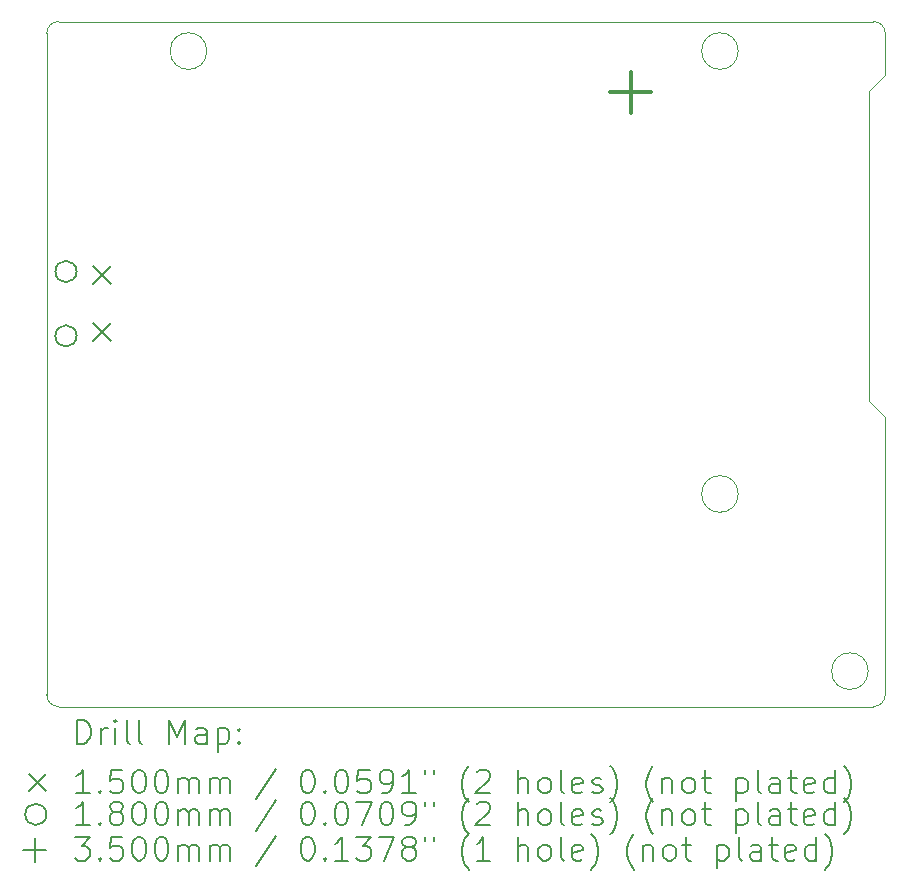
<source format=gbr>
%TF.GenerationSoftware,KiCad,Pcbnew,8.0.6*%
%TF.CreationDate,2024-12-01T22:22:22+01:00*%
%TF.ProjectId,pico_piano,7069636f-5f70-4696-916e-6f2e6b696361,rev?*%
%TF.SameCoordinates,Original*%
%TF.FileFunction,Drillmap*%
%TF.FilePolarity,Positive*%
%FSLAX45Y45*%
G04 Gerber Fmt 4.5, Leading zero omitted, Abs format (unit mm)*
G04 Created by KiCad (PCBNEW 8.0.6) date 2024-12-01 22:22:22*
%MOMM*%
%LPD*%
G01*
G04 APERTURE LIST*
%ADD10C,0.050000*%
%ADD11C,0.200000*%
%ADD12C,0.150000*%
%ADD13C,0.180000*%
%ADD14C,0.350000*%
G04 APERTURE END LIST*
D10*
X17260000Y-2590000D02*
X17260000Y-5210000D01*
X11655000Y-2250000D02*
G75*
G02*
X11345000Y-2250000I-155000J0D01*
G01*
X11345000Y-2250000D02*
G75*
G02*
X11655000Y-2250000I155000J0D01*
G01*
X17255000Y-7500000D02*
G75*
G02*
X16945000Y-7500000I-155000J0D01*
G01*
X16945000Y-7500000D02*
G75*
G02*
X17255000Y-7500000I155000J0D01*
G01*
X10400000Y-2000000D02*
X17300000Y-2000000D01*
X16155000Y-6000000D02*
G75*
G02*
X15845000Y-6000000I-155000J0D01*
G01*
X15845000Y-6000000D02*
G75*
G02*
X16155000Y-6000000I155000J0D01*
G01*
X17400000Y-7700000D02*
G75*
G02*
X17300000Y-7800000I-100000J0D01*
G01*
X16155000Y-2250000D02*
G75*
G02*
X15845000Y-2250000I-155000J0D01*
G01*
X15845000Y-2250000D02*
G75*
G02*
X16155000Y-2250000I155000J0D01*
G01*
X10300000Y-2100000D02*
G75*
G02*
X10400000Y-2000000I100000J0D01*
G01*
X10400000Y-7800000D02*
G75*
G02*
X10300000Y-7700000I0J100000D01*
G01*
X17400000Y-2450000D02*
X17400000Y-2100000D01*
X17300000Y-2000000D02*
G75*
G02*
X17400000Y-2100000I0J-100000D01*
G01*
X17400000Y-5350000D02*
X17400000Y-7700000D01*
X17400000Y-2450000D02*
X17260000Y-2590000D01*
X10300000Y-7700000D02*
X10300000Y-5500000D01*
X10300000Y-5500000D02*
X10300000Y-2100000D01*
X17260000Y-5210000D02*
X17400000Y-5350000D01*
X17300000Y-7800000D02*
X10400000Y-7800000D01*
D11*
D12*
X10691000Y-4071500D02*
X10841000Y-4221500D01*
X10841000Y-4071500D02*
X10691000Y-4221500D01*
X10691000Y-4556500D02*
X10841000Y-4706500D01*
X10841000Y-4556500D02*
X10691000Y-4706500D01*
D13*
X10553000Y-4116500D02*
G75*
G02*
X10373000Y-4116500I-90000J0D01*
G01*
X10373000Y-4116500D02*
G75*
G02*
X10553000Y-4116500I90000J0D01*
G01*
X10553000Y-4661500D02*
G75*
G02*
X10373000Y-4661500I-90000J0D01*
G01*
X10373000Y-4661500D02*
G75*
G02*
X10553000Y-4661500I90000J0D01*
G01*
D14*
X15243000Y-2425000D02*
X15243000Y-2775000D01*
X15068000Y-2600000D02*
X15418000Y-2600000D01*
D11*
X10558277Y-8113984D02*
X10558277Y-7913984D01*
X10558277Y-7913984D02*
X10605896Y-7913984D01*
X10605896Y-7913984D02*
X10634467Y-7923508D01*
X10634467Y-7923508D02*
X10653515Y-7942555D01*
X10653515Y-7942555D02*
X10663039Y-7961603D01*
X10663039Y-7961603D02*
X10672563Y-7999698D01*
X10672563Y-7999698D02*
X10672563Y-8028269D01*
X10672563Y-8028269D02*
X10663039Y-8066365D01*
X10663039Y-8066365D02*
X10653515Y-8085412D01*
X10653515Y-8085412D02*
X10634467Y-8104460D01*
X10634467Y-8104460D02*
X10605896Y-8113984D01*
X10605896Y-8113984D02*
X10558277Y-8113984D01*
X10758277Y-8113984D02*
X10758277Y-7980650D01*
X10758277Y-8018746D02*
X10767801Y-7999698D01*
X10767801Y-7999698D02*
X10777324Y-7990174D01*
X10777324Y-7990174D02*
X10796372Y-7980650D01*
X10796372Y-7980650D02*
X10815420Y-7980650D01*
X10882086Y-8113984D02*
X10882086Y-7980650D01*
X10882086Y-7913984D02*
X10872563Y-7923508D01*
X10872563Y-7923508D02*
X10882086Y-7933031D01*
X10882086Y-7933031D02*
X10891610Y-7923508D01*
X10891610Y-7923508D02*
X10882086Y-7913984D01*
X10882086Y-7913984D02*
X10882086Y-7933031D01*
X11005896Y-8113984D02*
X10986848Y-8104460D01*
X10986848Y-8104460D02*
X10977324Y-8085412D01*
X10977324Y-8085412D02*
X10977324Y-7913984D01*
X11110658Y-8113984D02*
X11091610Y-8104460D01*
X11091610Y-8104460D02*
X11082086Y-8085412D01*
X11082086Y-8085412D02*
X11082086Y-7913984D01*
X11339229Y-8113984D02*
X11339229Y-7913984D01*
X11339229Y-7913984D02*
X11405896Y-8056841D01*
X11405896Y-8056841D02*
X11472562Y-7913984D01*
X11472562Y-7913984D02*
X11472562Y-8113984D01*
X11653515Y-8113984D02*
X11653515Y-8009222D01*
X11653515Y-8009222D02*
X11643991Y-7990174D01*
X11643991Y-7990174D02*
X11624943Y-7980650D01*
X11624943Y-7980650D02*
X11586848Y-7980650D01*
X11586848Y-7980650D02*
X11567801Y-7990174D01*
X11653515Y-8104460D02*
X11634467Y-8113984D01*
X11634467Y-8113984D02*
X11586848Y-8113984D01*
X11586848Y-8113984D02*
X11567801Y-8104460D01*
X11567801Y-8104460D02*
X11558277Y-8085412D01*
X11558277Y-8085412D02*
X11558277Y-8066365D01*
X11558277Y-8066365D02*
X11567801Y-8047317D01*
X11567801Y-8047317D02*
X11586848Y-8037793D01*
X11586848Y-8037793D02*
X11634467Y-8037793D01*
X11634467Y-8037793D02*
X11653515Y-8028269D01*
X11748753Y-7980650D02*
X11748753Y-8180650D01*
X11748753Y-7990174D02*
X11767801Y-7980650D01*
X11767801Y-7980650D02*
X11805896Y-7980650D01*
X11805896Y-7980650D02*
X11824943Y-7990174D01*
X11824943Y-7990174D02*
X11834467Y-7999698D01*
X11834467Y-7999698D02*
X11843991Y-8018746D01*
X11843991Y-8018746D02*
X11843991Y-8075888D01*
X11843991Y-8075888D02*
X11834467Y-8094936D01*
X11834467Y-8094936D02*
X11824943Y-8104460D01*
X11824943Y-8104460D02*
X11805896Y-8113984D01*
X11805896Y-8113984D02*
X11767801Y-8113984D01*
X11767801Y-8113984D02*
X11748753Y-8104460D01*
X11929705Y-8094936D02*
X11939229Y-8104460D01*
X11939229Y-8104460D02*
X11929705Y-8113984D01*
X11929705Y-8113984D02*
X11920182Y-8104460D01*
X11920182Y-8104460D02*
X11929705Y-8094936D01*
X11929705Y-8094936D02*
X11929705Y-8113984D01*
X11929705Y-7990174D02*
X11939229Y-7999698D01*
X11939229Y-7999698D02*
X11929705Y-8009222D01*
X11929705Y-8009222D02*
X11920182Y-7999698D01*
X11920182Y-7999698D02*
X11929705Y-7990174D01*
X11929705Y-7990174D02*
X11929705Y-8009222D01*
D12*
X10147500Y-8367500D02*
X10297500Y-8517500D01*
X10297500Y-8367500D02*
X10147500Y-8517500D01*
D11*
X10663039Y-8533984D02*
X10548753Y-8533984D01*
X10605896Y-8533984D02*
X10605896Y-8333984D01*
X10605896Y-8333984D02*
X10586848Y-8362555D01*
X10586848Y-8362555D02*
X10567801Y-8381603D01*
X10567801Y-8381603D02*
X10548753Y-8391127D01*
X10748753Y-8514936D02*
X10758277Y-8524460D01*
X10758277Y-8524460D02*
X10748753Y-8533984D01*
X10748753Y-8533984D02*
X10739229Y-8524460D01*
X10739229Y-8524460D02*
X10748753Y-8514936D01*
X10748753Y-8514936D02*
X10748753Y-8533984D01*
X10939229Y-8333984D02*
X10843991Y-8333984D01*
X10843991Y-8333984D02*
X10834467Y-8429222D01*
X10834467Y-8429222D02*
X10843991Y-8419698D01*
X10843991Y-8419698D02*
X10863039Y-8410174D01*
X10863039Y-8410174D02*
X10910658Y-8410174D01*
X10910658Y-8410174D02*
X10929705Y-8419698D01*
X10929705Y-8419698D02*
X10939229Y-8429222D01*
X10939229Y-8429222D02*
X10948753Y-8448270D01*
X10948753Y-8448270D02*
X10948753Y-8495889D01*
X10948753Y-8495889D02*
X10939229Y-8514936D01*
X10939229Y-8514936D02*
X10929705Y-8524460D01*
X10929705Y-8524460D02*
X10910658Y-8533984D01*
X10910658Y-8533984D02*
X10863039Y-8533984D01*
X10863039Y-8533984D02*
X10843991Y-8524460D01*
X10843991Y-8524460D02*
X10834467Y-8514936D01*
X11072563Y-8333984D02*
X11091610Y-8333984D01*
X11091610Y-8333984D02*
X11110658Y-8343508D01*
X11110658Y-8343508D02*
X11120182Y-8353031D01*
X11120182Y-8353031D02*
X11129705Y-8372079D01*
X11129705Y-8372079D02*
X11139229Y-8410174D01*
X11139229Y-8410174D02*
X11139229Y-8457793D01*
X11139229Y-8457793D02*
X11129705Y-8495889D01*
X11129705Y-8495889D02*
X11120182Y-8514936D01*
X11120182Y-8514936D02*
X11110658Y-8524460D01*
X11110658Y-8524460D02*
X11091610Y-8533984D01*
X11091610Y-8533984D02*
X11072563Y-8533984D01*
X11072563Y-8533984D02*
X11053515Y-8524460D01*
X11053515Y-8524460D02*
X11043991Y-8514936D01*
X11043991Y-8514936D02*
X11034467Y-8495889D01*
X11034467Y-8495889D02*
X11024944Y-8457793D01*
X11024944Y-8457793D02*
X11024944Y-8410174D01*
X11024944Y-8410174D02*
X11034467Y-8372079D01*
X11034467Y-8372079D02*
X11043991Y-8353031D01*
X11043991Y-8353031D02*
X11053515Y-8343508D01*
X11053515Y-8343508D02*
X11072563Y-8333984D01*
X11263039Y-8333984D02*
X11282086Y-8333984D01*
X11282086Y-8333984D02*
X11301134Y-8343508D01*
X11301134Y-8343508D02*
X11310658Y-8353031D01*
X11310658Y-8353031D02*
X11320182Y-8372079D01*
X11320182Y-8372079D02*
X11329705Y-8410174D01*
X11329705Y-8410174D02*
X11329705Y-8457793D01*
X11329705Y-8457793D02*
X11320182Y-8495889D01*
X11320182Y-8495889D02*
X11310658Y-8514936D01*
X11310658Y-8514936D02*
X11301134Y-8524460D01*
X11301134Y-8524460D02*
X11282086Y-8533984D01*
X11282086Y-8533984D02*
X11263039Y-8533984D01*
X11263039Y-8533984D02*
X11243991Y-8524460D01*
X11243991Y-8524460D02*
X11234467Y-8514936D01*
X11234467Y-8514936D02*
X11224943Y-8495889D01*
X11224943Y-8495889D02*
X11215420Y-8457793D01*
X11215420Y-8457793D02*
X11215420Y-8410174D01*
X11215420Y-8410174D02*
X11224943Y-8372079D01*
X11224943Y-8372079D02*
X11234467Y-8353031D01*
X11234467Y-8353031D02*
X11243991Y-8343508D01*
X11243991Y-8343508D02*
X11263039Y-8333984D01*
X11415420Y-8533984D02*
X11415420Y-8400650D01*
X11415420Y-8419698D02*
X11424943Y-8410174D01*
X11424943Y-8410174D02*
X11443991Y-8400650D01*
X11443991Y-8400650D02*
X11472563Y-8400650D01*
X11472563Y-8400650D02*
X11491610Y-8410174D01*
X11491610Y-8410174D02*
X11501134Y-8429222D01*
X11501134Y-8429222D02*
X11501134Y-8533984D01*
X11501134Y-8429222D02*
X11510658Y-8410174D01*
X11510658Y-8410174D02*
X11529705Y-8400650D01*
X11529705Y-8400650D02*
X11558277Y-8400650D01*
X11558277Y-8400650D02*
X11577324Y-8410174D01*
X11577324Y-8410174D02*
X11586848Y-8429222D01*
X11586848Y-8429222D02*
X11586848Y-8533984D01*
X11682086Y-8533984D02*
X11682086Y-8400650D01*
X11682086Y-8419698D02*
X11691610Y-8410174D01*
X11691610Y-8410174D02*
X11710658Y-8400650D01*
X11710658Y-8400650D02*
X11739229Y-8400650D01*
X11739229Y-8400650D02*
X11758277Y-8410174D01*
X11758277Y-8410174D02*
X11767801Y-8429222D01*
X11767801Y-8429222D02*
X11767801Y-8533984D01*
X11767801Y-8429222D02*
X11777324Y-8410174D01*
X11777324Y-8410174D02*
X11796372Y-8400650D01*
X11796372Y-8400650D02*
X11824943Y-8400650D01*
X11824943Y-8400650D02*
X11843991Y-8410174D01*
X11843991Y-8410174D02*
X11853515Y-8429222D01*
X11853515Y-8429222D02*
X11853515Y-8533984D01*
X12243991Y-8324460D02*
X12072563Y-8581603D01*
X12501134Y-8333984D02*
X12520182Y-8333984D01*
X12520182Y-8333984D02*
X12539229Y-8343508D01*
X12539229Y-8343508D02*
X12548753Y-8353031D01*
X12548753Y-8353031D02*
X12558277Y-8372079D01*
X12558277Y-8372079D02*
X12567801Y-8410174D01*
X12567801Y-8410174D02*
X12567801Y-8457793D01*
X12567801Y-8457793D02*
X12558277Y-8495889D01*
X12558277Y-8495889D02*
X12548753Y-8514936D01*
X12548753Y-8514936D02*
X12539229Y-8524460D01*
X12539229Y-8524460D02*
X12520182Y-8533984D01*
X12520182Y-8533984D02*
X12501134Y-8533984D01*
X12501134Y-8533984D02*
X12482086Y-8524460D01*
X12482086Y-8524460D02*
X12472563Y-8514936D01*
X12472563Y-8514936D02*
X12463039Y-8495889D01*
X12463039Y-8495889D02*
X12453515Y-8457793D01*
X12453515Y-8457793D02*
X12453515Y-8410174D01*
X12453515Y-8410174D02*
X12463039Y-8372079D01*
X12463039Y-8372079D02*
X12472563Y-8353031D01*
X12472563Y-8353031D02*
X12482086Y-8343508D01*
X12482086Y-8343508D02*
X12501134Y-8333984D01*
X12653515Y-8514936D02*
X12663039Y-8524460D01*
X12663039Y-8524460D02*
X12653515Y-8533984D01*
X12653515Y-8533984D02*
X12643991Y-8524460D01*
X12643991Y-8524460D02*
X12653515Y-8514936D01*
X12653515Y-8514936D02*
X12653515Y-8533984D01*
X12786848Y-8333984D02*
X12805896Y-8333984D01*
X12805896Y-8333984D02*
X12824944Y-8343508D01*
X12824944Y-8343508D02*
X12834467Y-8353031D01*
X12834467Y-8353031D02*
X12843991Y-8372079D01*
X12843991Y-8372079D02*
X12853515Y-8410174D01*
X12853515Y-8410174D02*
X12853515Y-8457793D01*
X12853515Y-8457793D02*
X12843991Y-8495889D01*
X12843991Y-8495889D02*
X12834467Y-8514936D01*
X12834467Y-8514936D02*
X12824944Y-8524460D01*
X12824944Y-8524460D02*
X12805896Y-8533984D01*
X12805896Y-8533984D02*
X12786848Y-8533984D01*
X12786848Y-8533984D02*
X12767801Y-8524460D01*
X12767801Y-8524460D02*
X12758277Y-8514936D01*
X12758277Y-8514936D02*
X12748753Y-8495889D01*
X12748753Y-8495889D02*
X12739229Y-8457793D01*
X12739229Y-8457793D02*
X12739229Y-8410174D01*
X12739229Y-8410174D02*
X12748753Y-8372079D01*
X12748753Y-8372079D02*
X12758277Y-8353031D01*
X12758277Y-8353031D02*
X12767801Y-8343508D01*
X12767801Y-8343508D02*
X12786848Y-8333984D01*
X13034467Y-8333984D02*
X12939229Y-8333984D01*
X12939229Y-8333984D02*
X12929706Y-8429222D01*
X12929706Y-8429222D02*
X12939229Y-8419698D01*
X12939229Y-8419698D02*
X12958277Y-8410174D01*
X12958277Y-8410174D02*
X13005896Y-8410174D01*
X13005896Y-8410174D02*
X13024944Y-8419698D01*
X13024944Y-8419698D02*
X13034467Y-8429222D01*
X13034467Y-8429222D02*
X13043991Y-8448270D01*
X13043991Y-8448270D02*
X13043991Y-8495889D01*
X13043991Y-8495889D02*
X13034467Y-8514936D01*
X13034467Y-8514936D02*
X13024944Y-8524460D01*
X13024944Y-8524460D02*
X13005896Y-8533984D01*
X13005896Y-8533984D02*
X12958277Y-8533984D01*
X12958277Y-8533984D02*
X12939229Y-8524460D01*
X12939229Y-8524460D02*
X12929706Y-8514936D01*
X13139229Y-8533984D02*
X13177325Y-8533984D01*
X13177325Y-8533984D02*
X13196372Y-8524460D01*
X13196372Y-8524460D02*
X13205896Y-8514936D01*
X13205896Y-8514936D02*
X13224944Y-8486365D01*
X13224944Y-8486365D02*
X13234467Y-8448270D01*
X13234467Y-8448270D02*
X13234467Y-8372079D01*
X13234467Y-8372079D02*
X13224944Y-8353031D01*
X13224944Y-8353031D02*
X13215420Y-8343508D01*
X13215420Y-8343508D02*
X13196372Y-8333984D01*
X13196372Y-8333984D02*
X13158277Y-8333984D01*
X13158277Y-8333984D02*
X13139229Y-8343508D01*
X13139229Y-8343508D02*
X13129706Y-8353031D01*
X13129706Y-8353031D02*
X13120182Y-8372079D01*
X13120182Y-8372079D02*
X13120182Y-8419698D01*
X13120182Y-8419698D02*
X13129706Y-8438746D01*
X13129706Y-8438746D02*
X13139229Y-8448270D01*
X13139229Y-8448270D02*
X13158277Y-8457793D01*
X13158277Y-8457793D02*
X13196372Y-8457793D01*
X13196372Y-8457793D02*
X13215420Y-8448270D01*
X13215420Y-8448270D02*
X13224944Y-8438746D01*
X13224944Y-8438746D02*
X13234467Y-8419698D01*
X13424944Y-8533984D02*
X13310658Y-8533984D01*
X13367801Y-8533984D02*
X13367801Y-8333984D01*
X13367801Y-8333984D02*
X13348753Y-8362555D01*
X13348753Y-8362555D02*
X13329706Y-8381603D01*
X13329706Y-8381603D02*
X13310658Y-8391127D01*
X13501134Y-8333984D02*
X13501134Y-8372079D01*
X13577325Y-8333984D02*
X13577325Y-8372079D01*
X13872563Y-8610174D02*
X13863039Y-8600650D01*
X13863039Y-8600650D02*
X13843991Y-8572079D01*
X13843991Y-8572079D02*
X13834468Y-8553031D01*
X13834468Y-8553031D02*
X13824944Y-8524460D01*
X13824944Y-8524460D02*
X13815420Y-8476841D01*
X13815420Y-8476841D02*
X13815420Y-8438746D01*
X13815420Y-8438746D02*
X13824944Y-8391127D01*
X13824944Y-8391127D02*
X13834468Y-8362555D01*
X13834468Y-8362555D02*
X13843991Y-8343508D01*
X13843991Y-8343508D02*
X13863039Y-8314936D01*
X13863039Y-8314936D02*
X13872563Y-8305412D01*
X13939229Y-8353031D02*
X13948753Y-8343508D01*
X13948753Y-8343508D02*
X13967801Y-8333984D01*
X13967801Y-8333984D02*
X14015420Y-8333984D01*
X14015420Y-8333984D02*
X14034468Y-8343508D01*
X14034468Y-8343508D02*
X14043991Y-8353031D01*
X14043991Y-8353031D02*
X14053515Y-8372079D01*
X14053515Y-8372079D02*
X14053515Y-8391127D01*
X14053515Y-8391127D02*
X14043991Y-8419698D01*
X14043991Y-8419698D02*
X13929706Y-8533984D01*
X13929706Y-8533984D02*
X14053515Y-8533984D01*
X14291610Y-8533984D02*
X14291610Y-8333984D01*
X14377325Y-8533984D02*
X14377325Y-8429222D01*
X14377325Y-8429222D02*
X14367801Y-8410174D01*
X14367801Y-8410174D02*
X14348753Y-8400650D01*
X14348753Y-8400650D02*
X14320182Y-8400650D01*
X14320182Y-8400650D02*
X14301134Y-8410174D01*
X14301134Y-8410174D02*
X14291610Y-8419698D01*
X14501134Y-8533984D02*
X14482087Y-8524460D01*
X14482087Y-8524460D02*
X14472563Y-8514936D01*
X14472563Y-8514936D02*
X14463039Y-8495889D01*
X14463039Y-8495889D02*
X14463039Y-8438746D01*
X14463039Y-8438746D02*
X14472563Y-8419698D01*
X14472563Y-8419698D02*
X14482087Y-8410174D01*
X14482087Y-8410174D02*
X14501134Y-8400650D01*
X14501134Y-8400650D02*
X14529706Y-8400650D01*
X14529706Y-8400650D02*
X14548753Y-8410174D01*
X14548753Y-8410174D02*
X14558277Y-8419698D01*
X14558277Y-8419698D02*
X14567801Y-8438746D01*
X14567801Y-8438746D02*
X14567801Y-8495889D01*
X14567801Y-8495889D02*
X14558277Y-8514936D01*
X14558277Y-8514936D02*
X14548753Y-8524460D01*
X14548753Y-8524460D02*
X14529706Y-8533984D01*
X14529706Y-8533984D02*
X14501134Y-8533984D01*
X14682087Y-8533984D02*
X14663039Y-8524460D01*
X14663039Y-8524460D02*
X14653515Y-8505412D01*
X14653515Y-8505412D02*
X14653515Y-8333984D01*
X14834468Y-8524460D02*
X14815420Y-8533984D01*
X14815420Y-8533984D02*
X14777325Y-8533984D01*
X14777325Y-8533984D02*
X14758277Y-8524460D01*
X14758277Y-8524460D02*
X14748753Y-8505412D01*
X14748753Y-8505412D02*
X14748753Y-8429222D01*
X14748753Y-8429222D02*
X14758277Y-8410174D01*
X14758277Y-8410174D02*
X14777325Y-8400650D01*
X14777325Y-8400650D02*
X14815420Y-8400650D01*
X14815420Y-8400650D02*
X14834468Y-8410174D01*
X14834468Y-8410174D02*
X14843991Y-8429222D01*
X14843991Y-8429222D02*
X14843991Y-8448270D01*
X14843991Y-8448270D02*
X14748753Y-8467317D01*
X14920182Y-8524460D02*
X14939230Y-8533984D01*
X14939230Y-8533984D02*
X14977325Y-8533984D01*
X14977325Y-8533984D02*
X14996372Y-8524460D01*
X14996372Y-8524460D02*
X15005896Y-8505412D01*
X15005896Y-8505412D02*
X15005896Y-8495889D01*
X15005896Y-8495889D02*
X14996372Y-8476841D01*
X14996372Y-8476841D02*
X14977325Y-8467317D01*
X14977325Y-8467317D02*
X14948753Y-8467317D01*
X14948753Y-8467317D02*
X14929706Y-8457793D01*
X14929706Y-8457793D02*
X14920182Y-8438746D01*
X14920182Y-8438746D02*
X14920182Y-8429222D01*
X14920182Y-8429222D02*
X14929706Y-8410174D01*
X14929706Y-8410174D02*
X14948753Y-8400650D01*
X14948753Y-8400650D02*
X14977325Y-8400650D01*
X14977325Y-8400650D02*
X14996372Y-8410174D01*
X15072563Y-8610174D02*
X15082087Y-8600650D01*
X15082087Y-8600650D02*
X15101134Y-8572079D01*
X15101134Y-8572079D02*
X15110658Y-8553031D01*
X15110658Y-8553031D02*
X15120182Y-8524460D01*
X15120182Y-8524460D02*
X15129706Y-8476841D01*
X15129706Y-8476841D02*
X15129706Y-8438746D01*
X15129706Y-8438746D02*
X15120182Y-8391127D01*
X15120182Y-8391127D02*
X15110658Y-8362555D01*
X15110658Y-8362555D02*
X15101134Y-8343508D01*
X15101134Y-8343508D02*
X15082087Y-8314936D01*
X15082087Y-8314936D02*
X15072563Y-8305412D01*
X15434468Y-8610174D02*
X15424944Y-8600650D01*
X15424944Y-8600650D02*
X15405896Y-8572079D01*
X15405896Y-8572079D02*
X15396372Y-8553031D01*
X15396372Y-8553031D02*
X15386849Y-8524460D01*
X15386849Y-8524460D02*
X15377325Y-8476841D01*
X15377325Y-8476841D02*
X15377325Y-8438746D01*
X15377325Y-8438746D02*
X15386849Y-8391127D01*
X15386849Y-8391127D02*
X15396372Y-8362555D01*
X15396372Y-8362555D02*
X15405896Y-8343508D01*
X15405896Y-8343508D02*
X15424944Y-8314936D01*
X15424944Y-8314936D02*
X15434468Y-8305412D01*
X15510658Y-8400650D02*
X15510658Y-8533984D01*
X15510658Y-8419698D02*
X15520182Y-8410174D01*
X15520182Y-8410174D02*
X15539230Y-8400650D01*
X15539230Y-8400650D02*
X15567801Y-8400650D01*
X15567801Y-8400650D02*
X15586849Y-8410174D01*
X15586849Y-8410174D02*
X15596372Y-8429222D01*
X15596372Y-8429222D02*
X15596372Y-8533984D01*
X15720182Y-8533984D02*
X15701134Y-8524460D01*
X15701134Y-8524460D02*
X15691611Y-8514936D01*
X15691611Y-8514936D02*
X15682087Y-8495889D01*
X15682087Y-8495889D02*
X15682087Y-8438746D01*
X15682087Y-8438746D02*
X15691611Y-8419698D01*
X15691611Y-8419698D02*
X15701134Y-8410174D01*
X15701134Y-8410174D02*
X15720182Y-8400650D01*
X15720182Y-8400650D02*
X15748753Y-8400650D01*
X15748753Y-8400650D02*
X15767801Y-8410174D01*
X15767801Y-8410174D02*
X15777325Y-8419698D01*
X15777325Y-8419698D02*
X15786849Y-8438746D01*
X15786849Y-8438746D02*
X15786849Y-8495889D01*
X15786849Y-8495889D02*
X15777325Y-8514936D01*
X15777325Y-8514936D02*
X15767801Y-8524460D01*
X15767801Y-8524460D02*
X15748753Y-8533984D01*
X15748753Y-8533984D02*
X15720182Y-8533984D01*
X15843992Y-8400650D02*
X15920182Y-8400650D01*
X15872563Y-8333984D02*
X15872563Y-8505412D01*
X15872563Y-8505412D02*
X15882087Y-8524460D01*
X15882087Y-8524460D02*
X15901134Y-8533984D01*
X15901134Y-8533984D02*
X15920182Y-8533984D01*
X16139230Y-8400650D02*
X16139230Y-8600650D01*
X16139230Y-8410174D02*
X16158277Y-8400650D01*
X16158277Y-8400650D02*
X16196373Y-8400650D01*
X16196373Y-8400650D02*
X16215420Y-8410174D01*
X16215420Y-8410174D02*
X16224944Y-8419698D01*
X16224944Y-8419698D02*
X16234468Y-8438746D01*
X16234468Y-8438746D02*
X16234468Y-8495889D01*
X16234468Y-8495889D02*
X16224944Y-8514936D01*
X16224944Y-8514936D02*
X16215420Y-8524460D01*
X16215420Y-8524460D02*
X16196373Y-8533984D01*
X16196373Y-8533984D02*
X16158277Y-8533984D01*
X16158277Y-8533984D02*
X16139230Y-8524460D01*
X16348753Y-8533984D02*
X16329706Y-8524460D01*
X16329706Y-8524460D02*
X16320182Y-8505412D01*
X16320182Y-8505412D02*
X16320182Y-8333984D01*
X16510658Y-8533984D02*
X16510658Y-8429222D01*
X16510658Y-8429222D02*
X16501134Y-8410174D01*
X16501134Y-8410174D02*
X16482087Y-8400650D01*
X16482087Y-8400650D02*
X16443992Y-8400650D01*
X16443992Y-8400650D02*
X16424944Y-8410174D01*
X16510658Y-8524460D02*
X16491611Y-8533984D01*
X16491611Y-8533984D02*
X16443992Y-8533984D01*
X16443992Y-8533984D02*
X16424944Y-8524460D01*
X16424944Y-8524460D02*
X16415420Y-8505412D01*
X16415420Y-8505412D02*
X16415420Y-8486365D01*
X16415420Y-8486365D02*
X16424944Y-8467317D01*
X16424944Y-8467317D02*
X16443992Y-8457793D01*
X16443992Y-8457793D02*
X16491611Y-8457793D01*
X16491611Y-8457793D02*
X16510658Y-8448270D01*
X16577325Y-8400650D02*
X16653515Y-8400650D01*
X16605896Y-8333984D02*
X16605896Y-8505412D01*
X16605896Y-8505412D02*
X16615420Y-8524460D01*
X16615420Y-8524460D02*
X16634468Y-8533984D01*
X16634468Y-8533984D02*
X16653515Y-8533984D01*
X16796373Y-8524460D02*
X16777325Y-8533984D01*
X16777325Y-8533984D02*
X16739230Y-8533984D01*
X16739230Y-8533984D02*
X16720182Y-8524460D01*
X16720182Y-8524460D02*
X16710658Y-8505412D01*
X16710658Y-8505412D02*
X16710658Y-8429222D01*
X16710658Y-8429222D02*
X16720182Y-8410174D01*
X16720182Y-8410174D02*
X16739230Y-8400650D01*
X16739230Y-8400650D02*
X16777325Y-8400650D01*
X16777325Y-8400650D02*
X16796373Y-8410174D01*
X16796373Y-8410174D02*
X16805896Y-8429222D01*
X16805896Y-8429222D02*
X16805896Y-8448270D01*
X16805896Y-8448270D02*
X16710658Y-8467317D01*
X16977325Y-8533984D02*
X16977325Y-8333984D01*
X16977325Y-8524460D02*
X16958277Y-8533984D01*
X16958277Y-8533984D02*
X16920182Y-8533984D01*
X16920182Y-8533984D02*
X16901135Y-8524460D01*
X16901135Y-8524460D02*
X16891611Y-8514936D01*
X16891611Y-8514936D02*
X16882087Y-8495889D01*
X16882087Y-8495889D02*
X16882087Y-8438746D01*
X16882087Y-8438746D02*
X16891611Y-8419698D01*
X16891611Y-8419698D02*
X16901135Y-8410174D01*
X16901135Y-8410174D02*
X16920182Y-8400650D01*
X16920182Y-8400650D02*
X16958277Y-8400650D01*
X16958277Y-8400650D02*
X16977325Y-8410174D01*
X17053516Y-8610174D02*
X17063039Y-8600650D01*
X17063039Y-8600650D02*
X17082087Y-8572079D01*
X17082087Y-8572079D02*
X17091611Y-8553031D01*
X17091611Y-8553031D02*
X17101135Y-8524460D01*
X17101135Y-8524460D02*
X17110658Y-8476841D01*
X17110658Y-8476841D02*
X17110658Y-8438746D01*
X17110658Y-8438746D02*
X17101135Y-8391127D01*
X17101135Y-8391127D02*
X17091611Y-8362555D01*
X17091611Y-8362555D02*
X17082087Y-8343508D01*
X17082087Y-8343508D02*
X17063039Y-8314936D01*
X17063039Y-8314936D02*
X17053516Y-8305412D01*
D13*
X10297500Y-8712500D02*
G75*
G02*
X10117500Y-8712500I-90000J0D01*
G01*
X10117500Y-8712500D02*
G75*
G02*
X10297500Y-8712500I90000J0D01*
G01*
D11*
X10663039Y-8803984D02*
X10548753Y-8803984D01*
X10605896Y-8803984D02*
X10605896Y-8603984D01*
X10605896Y-8603984D02*
X10586848Y-8632555D01*
X10586848Y-8632555D02*
X10567801Y-8651603D01*
X10567801Y-8651603D02*
X10548753Y-8661127D01*
X10748753Y-8784936D02*
X10758277Y-8794460D01*
X10758277Y-8794460D02*
X10748753Y-8803984D01*
X10748753Y-8803984D02*
X10739229Y-8794460D01*
X10739229Y-8794460D02*
X10748753Y-8784936D01*
X10748753Y-8784936D02*
X10748753Y-8803984D01*
X10872563Y-8689698D02*
X10853515Y-8680174D01*
X10853515Y-8680174D02*
X10843991Y-8670650D01*
X10843991Y-8670650D02*
X10834467Y-8651603D01*
X10834467Y-8651603D02*
X10834467Y-8642079D01*
X10834467Y-8642079D02*
X10843991Y-8623031D01*
X10843991Y-8623031D02*
X10853515Y-8613508D01*
X10853515Y-8613508D02*
X10872563Y-8603984D01*
X10872563Y-8603984D02*
X10910658Y-8603984D01*
X10910658Y-8603984D02*
X10929705Y-8613508D01*
X10929705Y-8613508D02*
X10939229Y-8623031D01*
X10939229Y-8623031D02*
X10948753Y-8642079D01*
X10948753Y-8642079D02*
X10948753Y-8651603D01*
X10948753Y-8651603D02*
X10939229Y-8670650D01*
X10939229Y-8670650D02*
X10929705Y-8680174D01*
X10929705Y-8680174D02*
X10910658Y-8689698D01*
X10910658Y-8689698D02*
X10872563Y-8689698D01*
X10872563Y-8689698D02*
X10853515Y-8699222D01*
X10853515Y-8699222D02*
X10843991Y-8708746D01*
X10843991Y-8708746D02*
X10834467Y-8727793D01*
X10834467Y-8727793D02*
X10834467Y-8765889D01*
X10834467Y-8765889D02*
X10843991Y-8784936D01*
X10843991Y-8784936D02*
X10853515Y-8794460D01*
X10853515Y-8794460D02*
X10872563Y-8803984D01*
X10872563Y-8803984D02*
X10910658Y-8803984D01*
X10910658Y-8803984D02*
X10929705Y-8794460D01*
X10929705Y-8794460D02*
X10939229Y-8784936D01*
X10939229Y-8784936D02*
X10948753Y-8765889D01*
X10948753Y-8765889D02*
X10948753Y-8727793D01*
X10948753Y-8727793D02*
X10939229Y-8708746D01*
X10939229Y-8708746D02*
X10929705Y-8699222D01*
X10929705Y-8699222D02*
X10910658Y-8689698D01*
X11072563Y-8603984D02*
X11091610Y-8603984D01*
X11091610Y-8603984D02*
X11110658Y-8613508D01*
X11110658Y-8613508D02*
X11120182Y-8623031D01*
X11120182Y-8623031D02*
X11129705Y-8642079D01*
X11129705Y-8642079D02*
X11139229Y-8680174D01*
X11139229Y-8680174D02*
X11139229Y-8727793D01*
X11139229Y-8727793D02*
X11129705Y-8765889D01*
X11129705Y-8765889D02*
X11120182Y-8784936D01*
X11120182Y-8784936D02*
X11110658Y-8794460D01*
X11110658Y-8794460D02*
X11091610Y-8803984D01*
X11091610Y-8803984D02*
X11072563Y-8803984D01*
X11072563Y-8803984D02*
X11053515Y-8794460D01*
X11053515Y-8794460D02*
X11043991Y-8784936D01*
X11043991Y-8784936D02*
X11034467Y-8765889D01*
X11034467Y-8765889D02*
X11024944Y-8727793D01*
X11024944Y-8727793D02*
X11024944Y-8680174D01*
X11024944Y-8680174D02*
X11034467Y-8642079D01*
X11034467Y-8642079D02*
X11043991Y-8623031D01*
X11043991Y-8623031D02*
X11053515Y-8613508D01*
X11053515Y-8613508D02*
X11072563Y-8603984D01*
X11263039Y-8603984D02*
X11282086Y-8603984D01*
X11282086Y-8603984D02*
X11301134Y-8613508D01*
X11301134Y-8613508D02*
X11310658Y-8623031D01*
X11310658Y-8623031D02*
X11320182Y-8642079D01*
X11320182Y-8642079D02*
X11329705Y-8680174D01*
X11329705Y-8680174D02*
X11329705Y-8727793D01*
X11329705Y-8727793D02*
X11320182Y-8765889D01*
X11320182Y-8765889D02*
X11310658Y-8784936D01*
X11310658Y-8784936D02*
X11301134Y-8794460D01*
X11301134Y-8794460D02*
X11282086Y-8803984D01*
X11282086Y-8803984D02*
X11263039Y-8803984D01*
X11263039Y-8803984D02*
X11243991Y-8794460D01*
X11243991Y-8794460D02*
X11234467Y-8784936D01*
X11234467Y-8784936D02*
X11224943Y-8765889D01*
X11224943Y-8765889D02*
X11215420Y-8727793D01*
X11215420Y-8727793D02*
X11215420Y-8680174D01*
X11215420Y-8680174D02*
X11224943Y-8642079D01*
X11224943Y-8642079D02*
X11234467Y-8623031D01*
X11234467Y-8623031D02*
X11243991Y-8613508D01*
X11243991Y-8613508D02*
X11263039Y-8603984D01*
X11415420Y-8803984D02*
X11415420Y-8670650D01*
X11415420Y-8689698D02*
X11424943Y-8680174D01*
X11424943Y-8680174D02*
X11443991Y-8670650D01*
X11443991Y-8670650D02*
X11472563Y-8670650D01*
X11472563Y-8670650D02*
X11491610Y-8680174D01*
X11491610Y-8680174D02*
X11501134Y-8699222D01*
X11501134Y-8699222D02*
X11501134Y-8803984D01*
X11501134Y-8699222D02*
X11510658Y-8680174D01*
X11510658Y-8680174D02*
X11529705Y-8670650D01*
X11529705Y-8670650D02*
X11558277Y-8670650D01*
X11558277Y-8670650D02*
X11577324Y-8680174D01*
X11577324Y-8680174D02*
X11586848Y-8699222D01*
X11586848Y-8699222D02*
X11586848Y-8803984D01*
X11682086Y-8803984D02*
X11682086Y-8670650D01*
X11682086Y-8689698D02*
X11691610Y-8680174D01*
X11691610Y-8680174D02*
X11710658Y-8670650D01*
X11710658Y-8670650D02*
X11739229Y-8670650D01*
X11739229Y-8670650D02*
X11758277Y-8680174D01*
X11758277Y-8680174D02*
X11767801Y-8699222D01*
X11767801Y-8699222D02*
X11767801Y-8803984D01*
X11767801Y-8699222D02*
X11777324Y-8680174D01*
X11777324Y-8680174D02*
X11796372Y-8670650D01*
X11796372Y-8670650D02*
X11824943Y-8670650D01*
X11824943Y-8670650D02*
X11843991Y-8680174D01*
X11843991Y-8680174D02*
X11853515Y-8699222D01*
X11853515Y-8699222D02*
X11853515Y-8803984D01*
X12243991Y-8594460D02*
X12072563Y-8851603D01*
X12501134Y-8603984D02*
X12520182Y-8603984D01*
X12520182Y-8603984D02*
X12539229Y-8613508D01*
X12539229Y-8613508D02*
X12548753Y-8623031D01*
X12548753Y-8623031D02*
X12558277Y-8642079D01*
X12558277Y-8642079D02*
X12567801Y-8680174D01*
X12567801Y-8680174D02*
X12567801Y-8727793D01*
X12567801Y-8727793D02*
X12558277Y-8765889D01*
X12558277Y-8765889D02*
X12548753Y-8784936D01*
X12548753Y-8784936D02*
X12539229Y-8794460D01*
X12539229Y-8794460D02*
X12520182Y-8803984D01*
X12520182Y-8803984D02*
X12501134Y-8803984D01*
X12501134Y-8803984D02*
X12482086Y-8794460D01*
X12482086Y-8794460D02*
X12472563Y-8784936D01*
X12472563Y-8784936D02*
X12463039Y-8765889D01*
X12463039Y-8765889D02*
X12453515Y-8727793D01*
X12453515Y-8727793D02*
X12453515Y-8680174D01*
X12453515Y-8680174D02*
X12463039Y-8642079D01*
X12463039Y-8642079D02*
X12472563Y-8623031D01*
X12472563Y-8623031D02*
X12482086Y-8613508D01*
X12482086Y-8613508D02*
X12501134Y-8603984D01*
X12653515Y-8784936D02*
X12663039Y-8794460D01*
X12663039Y-8794460D02*
X12653515Y-8803984D01*
X12653515Y-8803984D02*
X12643991Y-8794460D01*
X12643991Y-8794460D02*
X12653515Y-8784936D01*
X12653515Y-8784936D02*
X12653515Y-8803984D01*
X12786848Y-8603984D02*
X12805896Y-8603984D01*
X12805896Y-8603984D02*
X12824944Y-8613508D01*
X12824944Y-8613508D02*
X12834467Y-8623031D01*
X12834467Y-8623031D02*
X12843991Y-8642079D01*
X12843991Y-8642079D02*
X12853515Y-8680174D01*
X12853515Y-8680174D02*
X12853515Y-8727793D01*
X12853515Y-8727793D02*
X12843991Y-8765889D01*
X12843991Y-8765889D02*
X12834467Y-8784936D01*
X12834467Y-8784936D02*
X12824944Y-8794460D01*
X12824944Y-8794460D02*
X12805896Y-8803984D01*
X12805896Y-8803984D02*
X12786848Y-8803984D01*
X12786848Y-8803984D02*
X12767801Y-8794460D01*
X12767801Y-8794460D02*
X12758277Y-8784936D01*
X12758277Y-8784936D02*
X12748753Y-8765889D01*
X12748753Y-8765889D02*
X12739229Y-8727793D01*
X12739229Y-8727793D02*
X12739229Y-8680174D01*
X12739229Y-8680174D02*
X12748753Y-8642079D01*
X12748753Y-8642079D02*
X12758277Y-8623031D01*
X12758277Y-8623031D02*
X12767801Y-8613508D01*
X12767801Y-8613508D02*
X12786848Y-8603984D01*
X12920182Y-8603984D02*
X13053515Y-8603984D01*
X13053515Y-8603984D02*
X12967801Y-8803984D01*
X13167801Y-8603984D02*
X13186848Y-8603984D01*
X13186848Y-8603984D02*
X13205896Y-8613508D01*
X13205896Y-8613508D02*
X13215420Y-8623031D01*
X13215420Y-8623031D02*
X13224944Y-8642079D01*
X13224944Y-8642079D02*
X13234467Y-8680174D01*
X13234467Y-8680174D02*
X13234467Y-8727793D01*
X13234467Y-8727793D02*
X13224944Y-8765889D01*
X13224944Y-8765889D02*
X13215420Y-8784936D01*
X13215420Y-8784936D02*
X13205896Y-8794460D01*
X13205896Y-8794460D02*
X13186848Y-8803984D01*
X13186848Y-8803984D02*
X13167801Y-8803984D01*
X13167801Y-8803984D02*
X13148753Y-8794460D01*
X13148753Y-8794460D02*
X13139229Y-8784936D01*
X13139229Y-8784936D02*
X13129706Y-8765889D01*
X13129706Y-8765889D02*
X13120182Y-8727793D01*
X13120182Y-8727793D02*
X13120182Y-8680174D01*
X13120182Y-8680174D02*
X13129706Y-8642079D01*
X13129706Y-8642079D02*
X13139229Y-8623031D01*
X13139229Y-8623031D02*
X13148753Y-8613508D01*
X13148753Y-8613508D02*
X13167801Y-8603984D01*
X13329706Y-8803984D02*
X13367801Y-8803984D01*
X13367801Y-8803984D02*
X13386848Y-8794460D01*
X13386848Y-8794460D02*
X13396372Y-8784936D01*
X13396372Y-8784936D02*
X13415420Y-8756365D01*
X13415420Y-8756365D02*
X13424944Y-8718270D01*
X13424944Y-8718270D02*
X13424944Y-8642079D01*
X13424944Y-8642079D02*
X13415420Y-8623031D01*
X13415420Y-8623031D02*
X13405896Y-8613508D01*
X13405896Y-8613508D02*
X13386848Y-8603984D01*
X13386848Y-8603984D02*
X13348753Y-8603984D01*
X13348753Y-8603984D02*
X13329706Y-8613508D01*
X13329706Y-8613508D02*
X13320182Y-8623031D01*
X13320182Y-8623031D02*
X13310658Y-8642079D01*
X13310658Y-8642079D02*
X13310658Y-8689698D01*
X13310658Y-8689698D02*
X13320182Y-8708746D01*
X13320182Y-8708746D02*
X13329706Y-8718270D01*
X13329706Y-8718270D02*
X13348753Y-8727793D01*
X13348753Y-8727793D02*
X13386848Y-8727793D01*
X13386848Y-8727793D02*
X13405896Y-8718270D01*
X13405896Y-8718270D02*
X13415420Y-8708746D01*
X13415420Y-8708746D02*
X13424944Y-8689698D01*
X13501134Y-8603984D02*
X13501134Y-8642079D01*
X13577325Y-8603984D02*
X13577325Y-8642079D01*
X13872563Y-8880174D02*
X13863039Y-8870650D01*
X13863039Y-8870650D02*
X13843991Y-8842079D01*
X13843991Y-8842079D02*
X13834468Y-8823031D01*
X13834468Y-8823031D02*
X13824944Y-8794460D01*
X13824944Y-8794460D02*
X13815420Y-8746841D01*
X13815420Y-8746841D02*
X13815420Y-8708746D01*
X13815420Y-8708746D02*
X13824944Y-8661127D01*
X13824944Y-8661127D02*
X13834468Y-8632555D01*
X13834468Y-8632555D02*
X13843991Y-8613508D01*
X13843991Y-8613508D02*
X13863039Y-8584936D01*
X13863039Y-8584936D02*
X13872563Y-8575412D01*
X13939229Y-8623031D02*
X13948753Y-8613508D01*
X13948753Y-8613508D02*
X13967801Y-8603984D01*
X13967801Y-8603984D02*
X14015420Y-8603984D01*
X14015420Y-8603984D02*
X14034468Y-8613508D01*
X14034468Y-8613508D02*
X14043991Y-8623031D01*
X14043991Y-8623031D02*
X14053515Y-8642079D01*
X14053515Y-8642079D02*
X14053515Y-8661127D01*
X14053515Y-8661127D02*
X14043991Y-8689698D01*
X14043991Y-8689698D02*
X13929706Y-8803984D01*
X13929706Y-8803984D02*
X14053515Y-8803984D01*
X14291610Y-8803984D02*
X14291610Y-8603984D01*
X14377325Y-8803984D02*
X14377325Y-8699222D01*
X14377325Y-8699222D02*
X14367801Y-8680174D01*
X14367801Y-8680174D02*
X14348753Y-8670650D01*
X14348753Y-8670650D02*
X14320182Y-8670650D01*
X14320182Y-8670650D02*
X14301134Y-8680174D01*
X14301134Y-8680174D02*
X14291610Y-8689698D01*
X14501134Y-8803984D02*
X14482087Y-8794460D01*
X14482087Y-8794460D02*
X14472563Y-8784936D01*
X14472563Y-8784936D02*
X14463039Y-8765889D01*
X14463039Y-8765889D02*
X14463039Y-8708746D01*
X14463039Y-8708746D02*
X14472563Y-8689698D01*
X14472563Y-8689698D02*
X14482087Y-8680174D01*
X14482087Y-8680174D02*
X14501134Y-8670650D01*
X14501134Y-8670650D02*
X14529706Y-8670650D01*
X14529706Y-8670650D02*
X14548753Y-8680174D01*
X14548753Y-8680174D02*
X14558277Y-8689698D01*
X14558277Y-8689698D02*
X14567801Y-8708746D01*
X14567801Y-8708746D02*
X14567801Y-8765889D01*
X14567801Y-8765889D02*
X14558277Y-8784936D01*
X14558277Y-8784936D02*
X14548753Y-8794460D01*
X14548753Y-8794460D02*
X14529706Y-8803984D01*
X14529706Y-8803984D02*
X14501134Y-8803984D01*
X14682087Y-8803984D02*
X14663039Y-8794460D01*
X14663039Y-8794460D02*
X14653515Y-8775412D01*
X14653515Y-8775412D02*
X14653515Y-8603984D01*
X14834468Y-8794460D02*
X14815420Y-8803984D01*
X14815420Y-8803984D02*
X14777325Y-8803984D01*
X14777325Y-8803984D02*
X14758277Y-8794460D01*
X14758277Y-8794460D02*
X14748753Y-8775412D01*
X14748753Y-8775412D02*
X14748753Y-8699222D01*
X14748753Y-8699222D02*
X14758277Y-8680174D01*
X14758277Y-8680174D02*
X14777325Y-8670650D01*
X14777325Y-8670650D02*
X14815420Y-8670650D01*
X14815420Y-8670650D02*
X14834468Y-8680174D01*
X14834468Y-8680174D02*
X14843991Y-8699222D01*
X14843991Y-8699222D02*
X14843991Y-8718270D01*
X14843991Y-8718270D02*
X14748753Y-8737317D01*
X14920182Y-8794460D02*
X14939230Y-8803984D01*
X14939230Y-8803984D02*
X14977325Y-8803984D01*
X14977325Y-8803984D02*
X14996372Y-8794460D01*
X14996372Y-8794460D02*
X15005896Y-8775412D01*
X15005896Y-8775412D02*
X15005896Y-8765889D01*
X15005896Y-8765889D02*
X14996372Y-8746841D01*
X14996372Y-8746841D02*
X14977325Y-8737317D01*
X14977325Y-8737317D02*
X14948753Y-8737317D01*
X14948753Y-8737317D02*
X14929706Y-8727793D01*
X14929706Y-8727793D02*
X14920182Y-8708746D01*
X14920182Y-8708746D02*
X14920182Y-8699222D01*
X14920182Y-8699222D02*
X14929706Y-8680174D01*
X14929706Y-8680174D02*
X14948753Y-8670650D01*
X14948753Y-8670650D02*
X14977325Y-8670650D01*
X14977325Y-8670650D02*
X14996372Y-8680174D01*
X15072563Y-8880174D02*
X15082087Y-8870650D01*
X15082087Y-8870650D02*
X15101134Y-8842079D01*
X15101134Y-8842079D02*
X15110658Y-8823031D01*
X15110658Y-8823031D02*
X15120182Y-8794460D01*
X15120182Y-8794460D02*
X15129706Y-8746841D01*
X15129706Y-8746841D02*
X15129706Y-8708746D01*
X15129706Y-8708746D02*
X15120182Y-8661127D01*
X15120182Y-8661127D02*
X15110658Y-8632555D01*
X15110658Y-8632555D02*
X15101134Y-8613508D01*
X15101134Y-8613508D02*
X15082087Y-8584936D01*
X15082087Y-8584936D02*
X15072563Y-8575412D01*
X15434468Y-8880174D02*
X15424944Y-8870650D01*
X15424944Y-8870650D02*
X15405896Y-8842079D01*
X15405896Y-8842079D02*
X15396372Y-8823031D01*
X15396372Y-8823031D02*
X15386849Y-8794460D01*
X15386849Y-8794460D02*
X15377325Y-8746841D01*
X15377325Y-8746841D02*
X15377325Y-8708746D01*
X15377325Y-8708746D02*
X15386849Y-8661127D01*
X15386849Y-8661127D02*
X15396372Y-8632555D01*
X15396372Y-8632555D02*
X15405896Y-8613508D01*
X15405896Y-8613508D02*
X15424944Y-8584936D01*
X15424944Y-8584936D02*
X15434468Y-8575412D01*
X15510658Y-8670650D02*
X15510658Y-8803984D01*
X15510658Y-8689698D02*
X15520182Y-8680174D01*
X15520182Y-8680174D02*
X15539230Y-8670650D01*
X15539230Y-8670650D02*
X15567801Y-8670650D01*
X15567801Y-8670650D02*
X15586849Y-8680174D01*
X15586849Y-8680174D02*
X15596372Y-8699222D01*
X15596372Y-8699222D02*
X15596372Y-8803984D01*
X15720182Y-8803984D02*
X15701134Y-8794460D01*
X15701134Y-8794460D02*
X15691611Y-8784936D01*
X15691611Y-8784936D02*
X15682087Y-8765889D01*
X15682087Y-8765889D02*
X15682087Y-8708746D01*
X15682087Y-8708746D02*
X15691611Y-8689698D01*
X15691611Y-8689698D02*
X15701134Y-8680174D01*
X15701134Y-8680174D02*
X15720182Y-8670650D01*
X15720182Y-8670650D02*
X15748753Y-8670650D01*
X15748753Y-8670650D02*
X15767801Y-8680174D01*
X15767801Y-8680174D02*
X15777325Y-8689698D01*
X15777325Y-8689698D02*
X15786849Y-8708746D01*
X15786849Y-8708746D02*
X15786849Y-8765889D01*
X15786849Y-8765889D02*
X15777325Y-8784936D01*
X15777325Y-8784936D02*
X15767801Y-8794460D01*
X15767801Y-8794460D02*
X15748753Y-8803984D01*
X15748753Y-8803984D02*
X15720182Y-8803984D01*
X15843992Y-8670650D02*
X15920182Y-8670650D01*
X15872563Y-8603984D02*
X15872563Y-8775412D01*
X15872563Y-8775412D02*
X15882087Y-8794460D01*
X15882087Y-8794460D02*
X15901134Y-8803984D01*
X15901134Y-8803984D02*
X15920182Y-8803984D01*
X16139230Y-8670650D02*
X16139230Y-8870650D01*
X16139230Y-8680174D02*
X16158277Y-8670650D01*
X16158277Y-8670650D02*
X16196373Y-8670650D01*
X16196373Y-8670650D02*
X16215420Y-8680174D01*
X16215420Y-8680174D02*
X16224944Y-8689698D01*
X16224944Y-8689698D02*
X16234468Y-8708746D01*
X16234468Y-8708746D02*
X16234468Y-8765889D01*
X16234468Y-8765889D02*
X16224944Y-8784936D01*
X16224944Y-8784936D02*
X16215420Y-8794460D01*
X16215420Y-8794460D02*
X16196373Y-8803984D01*
X16196373Y-8803984D02*
X16158277Y-8803984D01*
X16158277Y-8803984D02*
X16139230Y-8794460D01*
X16348753Y-8803984D02*
X16329706Y-8794460D01*
X16329706Y-8794460D02*
X16320182Y-8775412D01*
X16320182Y-8775412D02*
X16320182Y-8603984D01*
X16510658Y-8803984D02*
X16510658Y-8699222D01*
X16510658Y-8699222D02*
X16501134Y-8680174D01*
X16501134Y-8680174D02*
X16482087Y-8670650D01*
X16482087Y-8670650D02*
X16443992Y-8670650D01*
X16443992Y-8670650D02*
X16424944Y-8680174D01*
X16510658Y-8794460D02*
X16491611Y-8803984D01*
X16491611Y-8803984D02*
X16443992Y-8803984D01*
X16443992Y-8803984D02*
X16424944Y-8794460D01*
X16424944Y-8794460D02*
X16415420Y-8775412D01*
X16415420Y-8775412D02*
X16415420Y-8756365D01*
X16415420Y-8756365D02*
X16424944Y-8737317D01*
X16424944Y-8737317D02*
X16443992Y-8727793D01*
X16443992Y-8727793D02*
X16491611Y-8727793D01*
X16491611Y-8727793D02*
X16510658Y-8718270D01*
X16577325Y-8670650D02*
X16653515Y-8670650D01*
X16605896Y-8603984D02*
X16605896Y-8775412D01*
X16605896Y-8775412D02*
X16615420Y-8794460D01*
X16615420Y-8794460D02*
X16634468Y-8803984D01*
X16634468Y-8803984D02*
X16653515Y-8803984D01*
X16796373Y-8794460D02*
X16777325Y-8803984D01*
X16777325Y-8803984D02*
X16739230Y-8803984D01*
X16739230Y-8803984D02*
X16720182Y-8794460D01*
X16720182Y-8794460D02*
X16710658Y-8775412D01*
X16710658Y-8775412D02*
X16710658Y-8699222D01*
X16710658Y-8699222D02*
X16720182Y-8680174D01*
X16720182Y-8680174D02*
X16739230Y-8670650D01*
X16739230Y-8670650D02*
X16777325Y-8670650D01*
X16777325Y-8670650D02*
X16796373Y-8680174D01*
X16796373Y-8680174D02*
X16805896Y-8699222D01*
X16805896Y-8699222D02*
X16805896Y-8718270D01*
X16805896Y-8718270D02*
X16710658Y-8737317D01*
X16977325Y-8803984D02*
X16977325Y-8603984D01*
X16977325Y-8794460D02*
X16958277Y-8803984D01*
X16958277Y-8803984D02*
X16920182Y-8803984D01*
X16920182Y-8803984D02*
X16901135Y-8794460D01*
X16901135Y-8794460D02*
X16891611Y-8784936D01*
X16891611Y-8784936D02*
X16882087Y-8765889D01*
X16882087Y-8765889D02*
X16882087Y-8708746D01*
X16882087Y-8708746D02*
X16891611Y-8689698D01*
X16891611Y-8689698D02*
X16901135Y-8680174D01*
X16901135Y-8680174D02*
X16920182Y-8670650D01*
X16920182Y-8670650D02*
X16958277Y-8670650D01*
X16958277Y-8670650D02*
X16977325Y-8680174D01*
X17053516Y-8880174D02*
X17063039Y-8870650D01*
X17063039Y-8870650D02*
X17082087Y-8842079D01*
X17082087Y-8842079D02*
X17091611Y-8823031D01*
X17091611Y-8823031D02*
X17101135Y-8794460D01*
X17101135Y-8794460D02*
X17110658Y-8746841D01*
X17110658Y-8746841D02*
X17110658Y-8708746D01*
X17110658Y-8708746D02*
X17101135Y-8661127D01*
X17101135Y-8661127D02*
X17091611Y-8632555D01*
X17091611Y-8632555D02*
X17082087Y-8613508D01*
X17082087Y-8613508D02*
X17063039Y-8584936D01*
X17063039Y-8584936D02*
X17053516Y-8575412D01*
X10197500Y-8912500D02*
X10197500Y-9112500D01*
X10097500Y-9012500D02*
X10297500Y-9012500D01*
X10539229Y-8903984D02*
X10663039Y-8903984D01*
X10663039Y-8903984D02*
X10596372Y-8980174D01*
X10596372Y-8980174D02*
X10624944Y-8980174D01*
X10624944Y-8980174D02*
X10643991Y-8989698D01*
X10643991Y-8989698D02*
X10653515Y-8999222D01*
X10653515Y-8999222D02*
X10663039Y-9018270D01*
X10663039Y-9018270D02*
X10663039Y-9065889D01*
X10663039Y-9065889D02*
X10653515Y-9084936D01*
X10653515Y-9084936D02*
X10643991Y-9094460D01*
X10643991Y-9094460D02*
X10624944Y-9103984D01*
X10624944Y-9103984D02*
X10567801Y-9103984D01*
X10567801Y-9103984D02*
X10548753Y-9094460D01*
X10548753Y-9094460D02*
X10539229Y-9084936D01*
X10748753Y-9084936D02*
X10758277Y-9094460D01*
X10758277Y-9094460D02*
X10748753Y-9103984D01*
X10748753Y-9103984D02*
X10739229Y-9094460D01*
X10739229Y-9094460D02*
X10748753Y-9084936D01*
X10748753Y-9084936D02*
X10748753Y-9103984D01*
X10939229Y-8903984D02*
X10843991Y-8903984D01*
X10843991Y-8903984D02*
X10834467Y-8999222D01*
X10834467Y-8999222D02*
X10843991Y-8989698D01*
X10843991Y-8989698D02*
X10863039Y-8980174D01*
X10863039Y-8980174D02*
X10910658Y-8980174D01*
X10910658Y-8980174D02*
X10929705Y-8989698D01*
X10929705Y-8989698D02*
X10939229Y-8999222D01*
X10939229Y-8999222D02*
X10948753Y-9018270D01*
X10948753Y-9018270D02*
X10948753Y-9065889D01*
X10948753Y-9065889D02*
X10939229Y-9084936D01*
X10939229Y-9084936D02*
X10929705Y-9094460D01*
X10929705Y-9094460D02*
X10910658Y-9103984D01*
X10910658Y-9103984D02*
X10863039Y-9103984D01*
X10863039Y-9103984D02*
X10843991Y-9094460D01*
X10843991Y-9094460D02*
X10834467Y-9084936D01*
X11072563Y-8903984D02*
X11091610Y-8903984D01*
X11091610Y-8903984D02*
X11110658Y-8913508D01*
X11110658Y-8913508D02*
X11120182Y-8923031D01*
X11120182Y-8923031D02*
X11129705Y-8942079D01*
X11129705Y-8942079D02*
X11139229Y-8980174D01*
X11139229Y-8980174D02*
X11139229Y-9027793D01*
X11139229Y-9027793D02*
X11129705Y-9065889D01*
X11129705Y-9065889D02*
X11120182Y-9084936D01*
X11120182Y-9084936D02*
X11110658Y-9094460D01*
X11110658Y-9094460D02*
X11091610Y-9103984D01*
X11091610Y-9103984D02*
X11072563Y-9103984D01*
X11072563Y-9103984D02*
X11053515Y-9094460D01*
X11053515Y-9094460D02*
X11043991Y-9084936D01*
X11043991Y-9084936D02*
X11034467Y-9065889D01*
X11034467Y-9065889D02*
X11024944Y-9027793D01*
X11024944Y-9027793D02*
X11024944Y-8980174D01*
X11024944Y-8980174D02*
X11034467Y-8942079D01*
X11034467Y-8942079D02*
X11043991Y-8923031D01*
X11043991Y-8923031D02*
X11053515Y-8913508D01*
X11053515Y-8913508D02*
X11072563Y-8903984D01*
X11263039Y-8903984D02*
X11282086Y-8903984D01*
X11282086Y-8903984D02*
X11301134Y-8913508D01*
X11301134Y-8913508D02*
X11310658Y-8923031D01*
X11310658Y-8923031D02*
X11320182Y-8942079D01*
X11320182Y-8942079D02*
X11329705Y-8980174D01*
X11329705Y-8980174D02*
X11329705Y-9027793D01*
X11329705Y-9027793D02*
X11320182Y-9065889D01*
X11320182Y-9065889D02*
X11310658Y-9084936D01*
X11310658Y-9084936D02*
X11301134Y-9094460D01*
X11301134Y-9094460D02*
X11282086Y-9103984D01*
X11282086Y-9103984D02*
X11263039Y-9103984D01*
X11263039Y-9103984D02*
X11243991Y-9094460D01*
X11243991Y-9094460D02*
X11234467Y-9084936D01*
X11234467Y-9084936D02*
X11224943Y-9065889D01*
X11224943Y-9065889D02*
X11215420Y-9027793D01*
X11215420Y-9027793D02*
X11215420Y-8980174D01*
X11215420Y-8980174D02*
X11224943Y-8942079D01*
X11224943Y-8942079D02*
X11234467Y-8923031D01*
X11234467Y-8923031D02*
X11243991Y-8913508D01*
X11243991Y-8913508D02*
X11263039Y-8903984D01*
X11415420Y-9103984D02*
X11415420Y-8970650D01*
X11415420Y-8989698D02*
X11424943Y-8980174D01*
X11424943Y-8980174D02*
X11443991Y-8970650D01*
X11443991Y-8970650D02*
X11472563Y-8970650D01*
X11472563Y-8970650D02*
X11491610Y-8980174D01*
X11491610Y-8980174D02*
X11501134Y-8999222D01*
X11501134Y-8999222D02*
X11501134Y-9103984D01*
X11501134Y-8999222D02*
X11510658Y-8980174D01*
X11510658Y-8980174D02*
X11529705Y-8970650D01*
X11529705Y-8970650D02*
X11558277Y-8970650D01*
X11558277Y-8970650D02*
X11577324Y-8980174D01*
X11577324Y-8980174D02*
X11586848Y-8999222D01*
X11586848Y-8999222D02*
X11586848Y-9103984D01*
X11682086Y-9103984D02*
X11682086Y-8970650D01*
X11682086Y-8989698D02*
X11691610Y-8980174D01*
X11691610Y-8980174D02*
X11710658Y-8970650D01*
X11710658Y-8970650D02*
X11739229Y-8970650D01*
X11739229Y-8970650D02*
X11758277Y-8980174D01*
X11758277Y-8980174D02*
X11767801Y-8999222D01*
X11767801Y-8999222D02*
X11767801Y-9103984D01*
X11767801Y-8999222D02*
X11777324Y-8980174D01*
X11777324Y-8980174D02*
X11796372Y-8970650D01*
X11796372Y-8970650D02*
X11824943Y-8970650D01*
X11824943Y-8970650D02*
X11843991Y-8980174D01*
X11843991Y-8980174D02*
X11853515Y-8999222D01*
X11853515Y-8999222D02*
X11853515Y-9103984D01*
X12243991Y-8894460D02*
X12072563Y-9151603D01*
X12501134Y-8903984D02*
X12520182Y-8903984D01*
X12520182Y-8903984D02*
X12539229Y-8913508D01*
X12539229Y-8913508D02*
X12548753Y-8923031D01*
X12548753Y-8923031D02*
X12558277Y-8942079D01*
X12558277Y-8942079D02*
X12567801Y-8980174D01*
X12567801Y-8980174D02*
X12567801Y-9027793D01*
X12567801Y-9027793D02*
X12558277Y-9065889D01*
X12558277Y-9065889D02*
X12548753Y-9084936D01*
X12548753Y-9084936D02*
X12539229Y-9094460D01*
X12539229Y-9094460D02*
X12520182Y-9103984D01*
X12520182Y-9103984D02*
X12501134Y-9103984D01*
X12501134Y-9103984D02*
X12482086Y-9094460D01*
X12482086Y-9094460D02*
X12472563Y-9084936D01*
X12472563Y-9084936D02*
X12463039Y-9065889D01*
X12463039Y-9065889D02*
X12453515Y-9027793D01*
X12453515Y-9027793D02*
X12453515Y-8980174D01*
X12453515Y-8980174D02*
X12463039Y-8942079D01*
X12463039Y-8942079D02*
X12472563Y-8923031D01*
X12472563Y-8923031D02*
X12482086Y-8913508D01*
X12482086Y-8913508D02*
X12501134Y-8903984D01*
X12653515Y-9084936D02*
X12663039Y-9094460D01*
X12663039Y-9094460D02*
X12653515Y-9103984D01*
X12653515Y-9103984D02*
X12643991Y-9094460D01*
X12643991Y-9094460D02*
X12653515Y-9084936D01*
X12653515Y-9084936D02*
X12653515Y-9103984D01*
X12853515Y-9103984D02*
X12739229Y-9103984D01*
X12796372Y-9103984D02*
X12796372Y-8903984D01*
X12796372Y-8903984D02*
X12777325Y-8932555D01*
X12777325Y-8932555D02*
X12758277Y-8951603D01*
X12758277Y-8951603D02*
X12739229Y-8961127D01*
X12920182Y-8903984D02*
X13043991Y-8903984D01*
X13043991Y-8903984D02*
X12977325Y-8980174D01*
X12977325Y-8980174D02*
X13005896Y-8980174D01*
X13005896Y-8980174D02*
X13024944Y-8989698D01*
X13024944Y-8989698D02*
X13034467Y-8999222D01*
X13034467Y-8999222D02*
X13043991Y-9018270D01*
X13043991Y-9018270D02*
X13043991Y-9065889D01*
X13043991Y-9065889D02*
X13034467Y-9084936D01*
X13034467Y-9084936D02*
X13024944Y-9094460D01*
X13024944Y-9094460D02*
X13005896Y-9103984D01*
X13005896Y-9103984D02*
X12948753Y-9103984D01*
X12948753Y-9103984D02*
X12929706Y-9094460D01*
X12929706Y-9094460D02*
X12920182Y-9084936D01*
X13110658Y-8903984D02*
X13243991Y-8903984D01*
X13243991Y-8903984D02*
X13158277Y-9103984D01*
X13348753Y-8989698D02*
X13329706Y-8980174D01*
X13329706Y-8980174D02*
X13320182Y-8970650D01*
X13320182Y-8970650D02*
X13310658Y-8951603D01*
X13310658Y-8951603D02*
X13310658Y-8942079D01*
X13310658Y-8942079D02*
X13320182Y-8923031D01*
X13320182Y-8923031D02*
X13329706Y-8913508D01*
X13329706Y-8913508D02*
X13348753Y-8903984D01*
X13348753Y-8903984D02*
X13386848Y-8903984D01*
X13386848Y-8903984D02*
X13405896Y-8913508D01*
X13405896Y-8913508D02*
X13415420Y-8923031D01*
X13415420Y-8923031D02*
X13424944Y-8942079D01*
X13424944Y-8942079D02*
X13424944Y-8951603D01*
X13424944Y-8951603D02*
X13415420Y-8970650D01*
X13415420Y-8970650D02*
X13405896Y-8980174D01*
X13405896Y-8980174D02*
X13386848Y-8989698D01*
X13386848Y-8989698D02*
X13348753Y-8989698D01*
X13348753Y-8989698D02*
X13329706Y-8999222D01*
X13329706Y-8999222D02*
X13320182Y-9008746D01*
X13320182Y-9008746D02*
X13310658Y-9027793D01*
X13310658Y-9027793D02*
X13310658Y-9065889D01*
X13310658Y-9065889D02*
X13320182Y-9084936D01*
X13320182Y-9084936D02*
X13329706Y-9094460D01*
X13329706Y-9094460D02*
X13348753Y-9103984D01*
X13348753Y-9103984D02*
X13386848Y-9103984D01*
X13386848Y-9103984D02*
X13405896Y-9094460D01*
X13405896Y-9094460D02*
X13415420Y-9084936D01*
X13415420Y-9084936D02*
X13424944Y-9065889D01*
X13424944Y-9065889D02*
X13424944Y-9027793D01*
X13424944Y-9027793D02*
X13415420Y-9008746D01*
X13415420Y-9008746D02*
X13405896Y-8999222D01*
X13405896Y-8999222D02*
X13386848Y-8989698D01*
X13501134Y-8903984D02*
X13501134Y-8942079D01*
X13577325Y-8903984D02*
X13577325Y-8942079D01*
X13872563Y-9180174D02*
X13863039Y-9170650D01*
X13863039Y-9170650D02*
X13843991Y-9142079D01*
X13843991Y-9142079D02*
X13834468Y-9123031D01*
X13834468Y-9123031D02*
X13824944Y-9094460D01*
X13824944Y-9094460D02*
X13815420Y-9046841D01*
X13815420Y-9046841D02*
X13815420Y-9008746D01*
X13815420Y-9008746D02*
X13824944Y-8961127D01*
X13824944Y-8961127D02*
X13834468Y-8932555D01*
X13834468Y-8932555D02*
X13843991Y-8913508D01*
X13843991Y-8913508D02*
X13863039Y-8884936D01*
X13863039Y-8884936D02*
X13872563Y-8875412D01*
X14053515Y-9103984D02*
X13939229Y-9103984D01*
X13996372Y-9103984D02*
X13996372Y-8903984D01*
X13996372Y-8903984D02*
X13977325Y-8932555D01*
X13977325Y-8932555D02*
X13958277Y-8951603D01*
X13958277Y-8951603D02*
X13939229Y-8961127D01*
X14291610Y-9103984D02*
X14291610Y-8903984D01*
X14377325Y-9103984D02*
X14377325Y-8999222D01*
X14377325Y-8999222D02*
X14367801Y-8980174D01*
X14367801Y-8980174D02*
X14348753Y-8970650D01*
X14348753Y-8970650D02*
X14320182Y-8970650D01*
X14320182Y-8970650D02*
X14301134Y-8980174D01*
X14301134Y-8980174D02*
X14291610Y-8989698D01*
X14501134Y-9103984D02*
X14482087Y-9094460D01*
X14482087Y-9094460D02*
X14472563Y-9084936D01*
X14472563Y-9084936D02*
X14463039Y-9065889D01*
X14463039Y-9065889D02*
X14463039Y-9008746D01*
X14463039Y-9008746D02*
X14472563Y-8989698D01*
X14472563Y-8989698D02*
X14482087Y-8980174D01*
X14482087Y-8980174D02*
X14501134Y-8970650D01*
X14501134Y-8970650D02*
X14529706Y-8970650D01*
X14529706Y-8970650D02*
X14548753Y-8980174D01*
X14548753Y-8980174D02*
X14558277Y-8989698D01*
X14558277Y-8989698D02*
X14567801Y-9008746D01*
X14567801Y-9008746D02*
X14567801Y-9065889D01*
X14567801Y-9065889D02*
X14558277Y-9084936D01*
X14558277Y-9084936D02*
X14548753Y-9094460D01*
X14548753Y-9094460D02*
X14529706Y-9103984D01*
X14529706Y-9103984D02*
X14501134Y-9103984D01*
X14682087Y-9103984D02*
X14663039Y-9094460D01*
X14663039Y-9094460D02*
X14653515Y-9075412D01*
X14653515Y-9075412D02*
X14653515Y-8903984D01*
X14834468Y-9094460D02*
X14815420Y-9103984D01*
X14815420Y-9103984D02*
X14777325Y-9103984D01*
X14777325Y-9103984D02*
X14758277Y-9094460D01*
X14758277Y-9094460D02*
X14748753Y-9075412D01*
X14748753Y-9075412D02*
X14748753Y-8999222D01*
X14748753Y-8999222D02*
X14758277Y-8980174D01*
X14758277Y-8980174D02*
X14777325Y-8970650D01*
X14777325Y-8970650D02*
X14815420Y-8970650D01*
X14815420Y-8970650D02*
X14834468Y-8980174D01*
X14834468Y-8980174D02*
X14843991Y-8999222D01*
X14843991Y-8999222D02*
X14843991Y-9018270D01*
X14843991Y-9018270D02*
X14748753Y-9037317D01*
X14910658Y-9180174D02*
X14920182Y-9170650D01*
X14920182Y-9170650D02*
X14939230Y-9142079D01*
X14939230Y-9142079D02*
X14948753Y-9123031D01*
X14948753Y-9123031D02*
X14958277Y-9094460D01*
X14958277Y-9094460D02*
X14967801Y-9046841D01*
X14967801Y-9046841D02*
X14967801Y-9008746D01*
X14967801Y-9008746D02*
X14958277Y-8961127D01*
X14958277Y-8961127D02*
X14948753Y-8932555D01*
X14948753Y-8932555D02*
X14939230Y-8913508D01*
X14939230Y-8913508D02*
X14920182Y-8884936D01*
X14920182Y-8884936D02*
X14910658Y-8875412D01*
X15272563Y-9180174D02*
X15263039Y-9170650D01*
X15263039Y-9170650D02*
X15243991Y-9142079D01*
X15243991Y-9142079D02*
X15234468Y-9123031D01*
X15234468Y-9123031D02*
X15224944Y-9094460D01*
X15224944Y-9094460D02*
X15215420Y-9046841D01*
X15215420Y-9046841D02*
X15215420Y-9008746D01*
X15215420Y-9008746D02*
X15224944Y-8961127D01*
X15224944Y-8961127D02*
X15234468Y-8932555D01*
X15234468Y-8932555D02*
X15243991Y-8913508D01*
X15243991Y-8913508D02*
X15263039Y-8884936D01*
X15263039Y-8884936D02*
X15272563Y-8875412D01*
X15348753Y-8970650D02*
X15348753Y-9103984D01*
X15348753Y-8989698D02*
X15358277Y-8980174D01*
X15358277Y-8980174D02*
X15377325Y-8970650D01*
X15377325Y-8970650D02*
X15405896Y-8970650D01*
X15405896Y-8970650D02*
X15424944Y-8980174D01*
X15424944Y-8980174D02*
X15434468Y-8999222D01*
X15434468Y-8999222D02*
X15434468Y-9103984D01*
X15558277Y-9103984D02*
X15539230Y-9094460D01*
X15539230Y-9094460D02*
X15529706Y-9084936D01*
X15529706Y-9084936D02*
X15520182Y-9065889D01*
X15520182Y-9065889D02*
X15520182Y-9008746D01*
X15520182Y-9008746D02*
X15529706Y-8989698D01*
X15529706Y-8989698D02*
X15539230Y-8980174D01*
X15539230Y-8980174D02*
X15558277Y-8970650D01*
X15558277Y-8970650D02*
X15586849Y-8970650D01*
X15586849Y-8970650D02*
X15605896Y-8980174D01*
X15605896Y-8980174D02*
X15615420Y-8989698D01*
X15615420Y-8989698D02*
X15624944Y-9008746D01*
X15624944Y-9008746D02*
X15624944Y-9065889D01*
X15624944Y-9065889D02*
X15615420Y-9084936D01*
X15615420Y-9084936D02*
X15605896Y-9094460D01*
X15605896Y-9094460D02*
X15586849Y-9103984D01*
X15586849Y-9103984D02*
X15558277Y-9103984D01*
X15682087Y-8970650D02*
X15758277Y-8970650D01*
X15710658Y-8903984D02*
X15710658Y-9075412D01*
X15710658Y-9075412D02*
X15720182Y-9094460D01*
X15720182Y-9094460D02*
X15739230Y-9103984D01*
X15739230Y-9103984D02*
X15758277Y-9103984D01*
X15977325Y-8970650D02*
X15977325Y-9170650D01*
X15977325Y-8980174D02*
X15996372Y-8970650D01*
X15996372Y-8970650D02*
X16034468Y-8970650D01*
X16034468Y-8970650D02*
X16053515Y-8980174D01*
X16053515Y-8980174D02*
X16063039Y-8989698D01*
X16063039Y-8989698D02*
X16072563Y-9008746D01*
X16072563Y-9008746D02*
X16072563Y-9065889D01*
X16072563Y-9065889D02*
X16063039Y-9084936D01*
X16063039Y-9084936D02*
X16053515Y-9094460D01*
X16053515Y-9094460D02*
X16034468Y-9103984D01*
X16034468Y-9103984D02*
X15996372Y-9103984D01*
X15996372Y-9103984D02*
X15977325Y-9094460D01*
X16186849Y-9103984D02*
X16167801Y-9094460D01*
X16167801Y-9094460D02*
X16158277Y-9075412D01*
X16158277Y-9075412D02*
X16158277Y-8903984D01*
X16348753Y-9103984D02*
X16348753Y-8999222D01*
X16348753Y-8999222D02*
X16339230Y-8980174D01*
X16339230Y-8980174D02*
X16320182Y-8970650D01*
X16320182Y-8970650D02*
X16282087Y-8970650D01*
X16282087Y-8970650D02*
X16263039Y-8980174D01*
X16348753Y-9094460D02*
X16329706Y-9103984D01*
X16329706Y-9103984D02*
X16282087Y-9103984D01*
X16282087Y-9103984D02*
X16263039Y-9094460D01*
X16263039Y-9094460D02*
X16253515Y-9075412D01*
X16253515Y-9075412D02*
X16253515Y-9056365D01*
X16253515Y-9056365D02*
X16263039Y-9037317D01*
X16263039Y-9037317D02*
X16282087Y-9027793D01*
X16282087Y-9027793D02*
X16329706Y-9027793D01*
X16329706Y-9027793D02*
X16348753Y-9018270D01*
X16415420Y-8970650D02*
X16491611Y-8970650D01*
X16443992Y-8903984D02*
X16443992Y-9075412D01*
X16443992Y-9075412D02*
X16453515Y-9094460D01*
X16453515Y-9094460D02*
X16472563Y-9103984D01*
X16472563Y-9103984D02*
X16491611Y-9103984D01*
X16634468Y-9094460D02*
X16615420Y-9103984D01*
X16615420Y-9103984D02*
X16577325Y-9103984D01*
X16577325Y-9103984D02*
X16558277Y-9094460D01*
X16558277Y-9094460D02*
X16548753Y-9075412D01*
X16548753Y-9075412D02*
X16548753Y-8999222D01*
X16548753Y-8999222D02*
X16558277Y-8980174D01*
X16558277Y-8980174D02*
X16577325Y-8970650D01*
X16577325Y-8970650D02*
X16615420Y-8970650D01*
X16615420Y-8970650D02*
X16634468Y-8980174D01*
X16634468Y-8980174D02*
X16643992Y-8999222D01*
X16643992Y-8999222D02*
X16643992Y-9018270D01*
X16643992Y-9018270D02*
X16548753Y-9037317D01*
X16815420Y-9103984D02*
X16815420Y-8903984D01*
X16815420Y-9094460D02*
X16796373Y-9103984D01*
X16796373Y-9103984D02*
X16758277Y-9103984D01*
X16758277Y-9103984D02*
X16739230Y-9094460D01*
X16739230Y-9094460D02*
X16729706Y-9084936D01*
X16729706Y-9084936D02*
X16720182Y-9065889D01*
X16720182Y-9065889D02*
X16720182Y-9008746D01*
X16720182Y-9008746D02*
X16729706Y-8989698D01*
X16729706Y-8989698D02*
X16739230Y-8980174D01*
X16739230Y-8980174D02*
X16758277Y-8970650D01*
X16758277Y-8970650D02*
X16796373Y-8970650D01*
X16796373Y-8970650D02*
X16815420Y-8980174D01*
X16891611Y-9180174D02*
X16901135Y-9170650D01*
X16901135Y-9170650D02*
X16920182Y-9142079D01*
X16920182Y-9142079D02*
X16929706Y-9123031D01*
X16929706Y-9123031D02*
X16939230Y-9094460D01*
X16939230Y-9094460D02*
X16948754Y-9046841D01*
X16948754Y-9046841D02*
X16948754Y-9008746D01*
X16948754Y-9008746D02*
X16939230Y-8961127D01*
X16939230Y-8961127D02*
X16929706Y-8932555D01*
X16929706Y-8932555D02*
X16920182Y-8913508D01*
X16920182Y-8913508D02*
X16901135Y-8884936D01*
X16901135Y-8884936D02*
X16891611Y-8875412D01*
M02*

</source>
